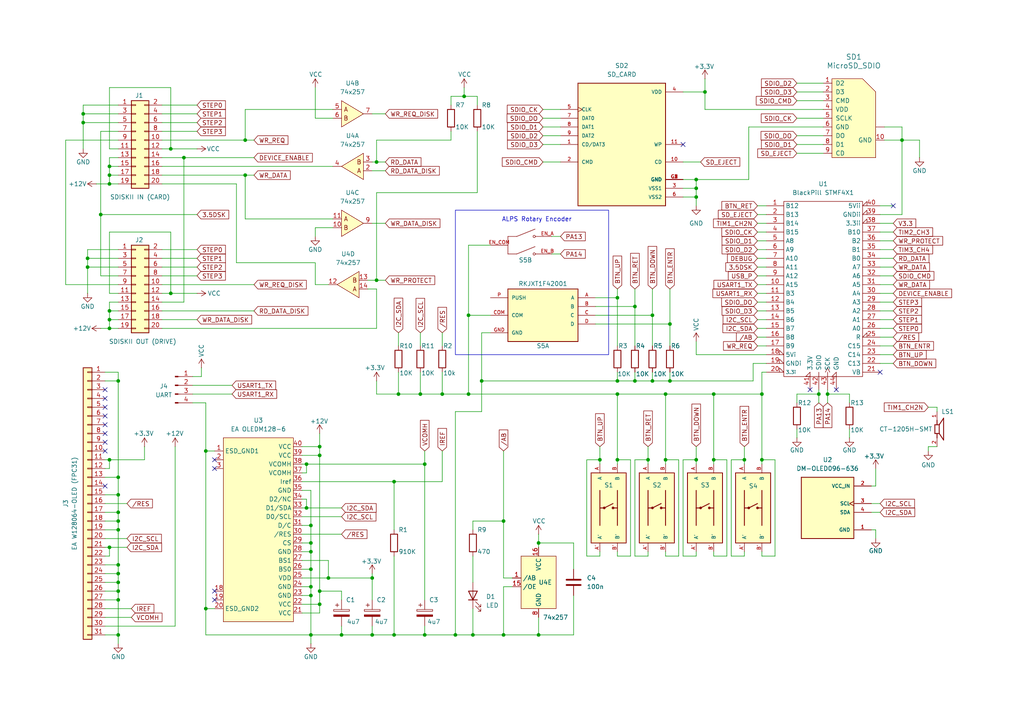
<source format=kicad_sch>
(kicad_sch (version 20231120) (generator "eeschema") (generator_version "8.0")
  (paper "A4")
  (title_block (title "APPLE II DISK EM STM32F401") (rev "20"))
  (junction (at 207.01 114.3))
  (junction (at 71.12 40.64))
  (junction (at 107.95 167.64))
  (junction (at 71.12 50.8))
  (junction (at 90.17 152.4))
  (junction (at 31.75 53.34))
  (junction (at 123.19 184.15))
  (junction (at 134.62 27.94))
  (junction (at 201.93 57.15))
  (junction (at 137.16 184.15))
  (junction (at 146.05 151.13))
  (junction (at 31.75 50.8))
  (junction (at 88.9 147.32))
  (junction (at 29.21 62.23))
  (junction (at 135.89 91.44))
  (junction (at 31.75 92.71))
  (junction (at 34.29 166.37))
  (junction (at 121.92 114.3))
  (junction (at 109.22 46.99))
  (junction (at 92.71 132.08))
  (junction (at 88.9 134.62))
  (junction (at 34.29 171.45))
  (junction (at 34.29 110.49))
  (junction (at 90.17 157.48))
  (junction (at 31.75 90.17))
  (junction (at 49.53 85.09))
  (junction (at 207.01 133.35))
  (junction (at 114.3 139.7))
  (junction (at 34.29 148.59))
  (junction (at 34.29 168.91))
  (junction (at 90.17 165.1))
  (junction (at 34.29 184.15))
  (junction (at 187.96 133.35))
  (junction (at 261.62 40.64))
  (junction (at 156.21 157.48))
  (junction (at 220.98 133.35))
  (junction (at 193.04 114.3))
  (junction (at 194.31 110.49))
  (junction (at 184.15 110.49))
  (junction (at 25.4 77.47))
  (junction (at 90.17 184.15))
  (junction (at 237.49 114.3))
  (junction (at 34.29 163.83))
  (junction (at 24.13 35.56))
  (junction (at 179.07 86.36))
  (junction (at 109.22 81.28))
  (junction (at 220.98 114.3))
  (junction (at 99.06 184.15))
  (junction (at 92.71 171.45))
  (junction (at 189.23 110.49))
  (junction (at 25.4 74.93))
  (junction (at 90.17 160.02))
  (junction (at 34.29 143.51))
  (junction (at 49.53 43.18))
  (junction (at 179.07 110.49))
  (junction (at 184.15 88.9))
  (junction (at 59.69 130.81))
  (junction (at 114.3 184.15))
  (junction (at 95.25 167.64))
  (junction (at 59.69 176.53))
  (junction (at 132.08 184.15))
  (junction (at 34.29 151.13))
  (junction (at 215.9 133.35))
  (junction (at 31.75 133.35))
  (junction (at 31.75 48.26))
  (junction (at 179.07 133.35))
  (junction (at 34.29 138.43))
  (junction (at 115.57 114.3))
  (junction (at 201.93 52.07))
  (junction (at 204.47 26.67))
  (junction (at 173.99 133.35))
  (junction (at 135.89 114.3))
  (junction (at 139.7 110.49))
  (junction (at 31.75 95.25))
  (junction (at 24.13 33.02))
  (junction (at 90.17 172.72))
  (junction (at 240.03 114.3))
  (junction (at 179.07 114.3))
  (junction (at 34.29 173.99))
  (junction (at 92.71 175.26))
  (junction (at 123.19 134.62))
  (junction (at 201.93 133.35))
  (junction (at 53.34 45.72))
  (junction (at 146.05 184.15))
  (junction (at 128.27 114.3))
  (junction (at 201.93 54.61))
  (junction (at 90.17 170.18))
  (junction (at 193.04 133.35))
  (junction (at 107.95 184.15))
  (junction (at 156.21 184.15))
  (junction (at 194.31 93.98))
  (junction (at 92.71 129.54))
  (junction (at 34.29 153.67))
  (junction (at 31.75 158.75))
  (junction (at 189.23 91.44))
  (no_connect (at 62.23 135.89))
  (no_connect (at 198.12 41.91))
  (no_connect (at 30.48 125.73))
  (no_connect (at 259.08 59.69))
  (no_connect (at 62.23 133.35))
  (no_connect (at 30.48 123.19))
  (no_connect (at 30.48 130.81))
  (no_connect (at 30.48 128.27))
  (no_connect (at 30.48 115.57))
  (no_connect (at 62.23 173.99))
  (no_connect (at 30.48 140.97))
  (no_connect (at 255.27 107.95))
  (no_connect (at 62.23 171.45))
  (no_connect (at 30.48 120.65))
  (no_connect (at 242.57 113.03))
  (no_connect (at 234.95 113.03))
  (no_connect (at 30.48 113.03))
  (no_connect (at 30.48 118.11))
  (wire (pts (xy 107.95 166.37) (xy 107.95 167.64)))
  (wire (pts (xy 198.12 161.29) (xy 201.93 161.29)))
  (wire (pts (xy 207.01 114.3) (xy 207.01 133.35)))
  (wire (pts (xy 194.31 93.98) (xy 194.31 100.33)))
  (wire (pts (xy 71.12 50.8) (xy 71.12 63.5)))
  (wire (pts (xy 219.71 69.85) (xy 222.25 69.85)))
  (wire (pts (xy 246.38 116.84) (xy 246.38 114.3)))
  (wire (pts (xy 109.22 95.25) (xy 109.22 83.82)))
  (wire (pts (xy 114.3 184.15) (xy 123.19 184.15)))
  (wire (pts (xy 240.03 113.03) (xy 240.03 114.3)))
  (wire (pts (xy 99.06 171.45) (xy 92.71 171.45)))
  (wire (pts (xy 218.44 105.41) (xy 222.25 105.41)))
  (wire (pts (xy 217.17 52.07) (xy 201.93 52.07)))
  (wire (pts (xy 179.07 161.29) (xy 179.07 160.02)))
  (wire (pts (xy 198.12 46.99) (xy 203.2 46.99)))
  (wire (pts (xy 107.95 184.15) (xy 114.3 184.15)))
  (wire (pts (xy 34.29 168.91) (xy 34.29 171.45)))
  (wire (pts (xy 19.05 40.64) (xy 34.29 40.64)))
  (wire (pts (xy 189.23 83.82) (xy 189.23 91.44)))
  (wire (pts (xy 92.71 132.08) (xy 92.71 171.45)))
  (wire (pts (xy 55.88 114.3) (xy 67.31 114.3)))
  (wire (pts (xy 88.9 134.62) (xy 123.19 134.62)))
  (wire (pts (xy 130.81 27.94) (xy 130.81 30.48)))
  (wire (pts (xy 156.21 179.07) (xy 156.21 184.15)))
  (wire (pts (xy 269.24 118.11) (xy 271.78 118.11)))
  (wire (pts (xy 201.93 54.61) (xy 201.93 57.15)))
  (wire (pts (xy 34.29 184.15) (xy 30.48 184.15)))
  (wire (pts (xy 261.62 40.64) (xy 266.7 40.64)))
  (wire (pts (xy 25.4 77.47) (xy 34.29 77.47)))
  (wire (pts (xy 212.09 161.29) (xy 215.9 161.29)))
  (wire (pts (xy 49.53 25.4) (xy 49.53 43.18)))
  (wire (pts (xy 219.71 72.39) (xy 222.25 72.39)))
  (wire (pts (xy 210.82 161.29) (xy 207.01 161.29)))
  (wire (pts (xy 179.07 133.35) (xy 179.07 134.62)))
  (wire (pts (xy 219.71 85.09) (xy 222.25 85.09)))
  (wire (pts (xy 50.8 129.54) (xy 50.8 181.61)))
  (wire (pts (xy 198.12 54.61) (xy 201.93 54.61)))
  (wire (pts (xy 224.79 161.29) (xy 220.98 161.29)))
  (wire (pts (xy 46.99 90.17) (xy 73.66 90.17)))
  (wire (pts (xy 87.63 139.7) (xy 114.3 139.7)))
  (wire (pts (xy 31.75 161.29) (xy 31.75 158.75)))
  (wire (pts (xy 31.75 53.34) (xy 34.29 53.34)))
  (wire (pts (xy 220.98 161.29) (xy 220.98 160.02)))
  (wire (pts (xy 109.22 40.64) (xy 130.81 40.64)))
  (wire (pts (xy 204.47 31.75) (xy 238.76 31.75)))
  (wire (pts (xy 87.63 137.16) (xy 88.9 137.16)))
  (wire (pts (xy 220.98 107.95) (xy 222.25 107.95)))
  (wire (pts (xy 34.29 138.43) (xy 34.29 143.51)))
  (wire (pts (xy 49.53 85.09) (xy 57.15 85.09)))
  (wire (pts (xy 212.09 133.35) (xy 212.09 161.29)))
  (wire (pts (xy 196.85 133.35) (xy 196.85 161.29)))
  (wire (pts (xy 138.43 30.48) (xy 138.43 27.94)))
  (wire (pts (xy 46.99 43.18) (xy 49.53 43.18)))
  (wire (pts (xy 31.75 67.31) (xy 49.53 67.31)))
  (wire (pts (xy 87.63 154.94) (xy 99.06 154.94)))
  (wire (pts (xy 261.62 36.83) (xy 261.62 40.64)))
  (wire (pts (xy 187.96 160.02) (xy 187.96 161.29)))
  (wire (pts (xy 255.27 77.47) (xy 259.08 77.47)))
  (wire (pts (xy 255.27 64.77) (xy 259.08 64.77)))
  (wire (pts (xy 30.48 146.05) (xy 36.83 146.05)))
  (wire (pts (xy 29.21 62.23) (xy 29.21 80.01)))
  (wire (pts (xy 231.14 41.91) (xy 238.76 41.91)))
  (wire (pts (xy 207.01 133.35) (xy 210.82 133.35)))
  (wire (pts (xy 114.3 161.29) (xy 114.3 184.15)))
  (wire (pts (xy 166.37 184.15) (xy 156.21 184.15)))
  (wire (pts (xy 31.75 45.72) (xy 31.75 48.26)))
  (wire (pts (xy 217.17 36.83) (xy 238.76 36.83)))
  (wire (pts (xy 201.93 57.15) (xy 201.93 59.69)))
  (wire (pts (xy 34.29 87.63) (xy 31.75 87.63)))
  (wire (pts (xy 87.63 172.72) (xy 90.17 172.72)))
  (wire (pts (xy 71.12 50.8) (xy 73.66 50.8)))
  (wire (pts (xy 24.13 33.02) (xy 34.29 33.02)))
  (wire (pts (xy 139.7 96.52) (xy 142.24 96.52)))
  (wire (pts (xy 194.31 107.95) (xy 194.31 110.49)))
  (wire (pts (xy 19.05 40.64) (xy 19.05 82.55)))
  (wire (pts (xy 146.05 130.81) (xy 146.05 151.13)))
  (wire (pts (xy 30.48 138.43) (xy 34.29 138.43)))
  (wire (pts (xy 115.57 114.3) (xy 109.22 114.3)))
  (wire (pts (xy 24.13 35.56) (xy 24.13 33.02)))
  (wire (pts (xy 30.48 158.75) (xy 31.75 158.75)))
  (wire (pts (xy 137.16 151.13) (xy 146.05 151.13)))
  (wire (pts (xy 99.06 181.61) (xy 99.06 184.15)))
  (wire (pts (xy 19.05 82.55) (xy 34.29 82.55)))
  (wire (pts (xy 172.72 88.9) (xy 184.15 88.9)))
  (wire (pts (xy 90.17 152.4) (xy 90.17 157.48)))
  (wire (pts (xy 189.23 107.95) (xy 189.23 110.49)))
  (wire (pts (xy 132.08 184.15) (xy 137.16 184.15)))
  (wire (pts (xy 87.63 157.48) (xy 90.17 157.48)))
  (wire (pts (xy 184.15 88.9) (xy 184.15 100.33)))
  (wire (pts (xy 135.89 114.3) (xy 179.07 114.3)))
  (wire (pts (xy 53.34 45.72) (xy 73.66 45.72)))
  (wire (pts (xy 87.63 149.86) (xy 99.06 149.86)))
  (wire (pts (xy 157.48 34.29) (xy 162.56 34.29)))
  (wire (pts (xy 71.12 31.75) (xy 96.52 31.75)))
  (wire (pts (xy 29.21 62.23) (xy 57.15 62.23)))
  (wire (pts (xy 184.15 83.82) (xy 184.15 88.9)))
  (wire (pts (xy 55.88 111.76) (xy 67.31 111.76)))
  (wire (pts (xy 25.4 72.39) (xy 25.4 74.93)))
  (wire (pts (xy 255.27 82.55) (xy 259.08 82.55)))
  (wire (pts (xy 41.91 129.54) (xy 41.91 133.35)))
  (wire (pts (xy 109.22 81.28) (xy 111.76 81.28)))
  (wire (pts (xy 207.01 133.35) (xy 207.01 134.62)))
  (wire (pts (xy 91.44 25.4) (xy 91.44 34.29)))
  (wire (pts (xy 194.31 110.49) (xy 218.44 110.49)))
  (wire (pts (xy 92.71 177.8) (xy 87.63 177.8)))
  (wire (pts (xy 107.95 46.99) (xy 109.22 46.99)))
  (wire (pts (xy 189.23 91.44) (xy 189.23 100.33)))
  (wire (pts (xy 92.71 175.26) (xy 92.71 177.8)))
  (wire (pts (xy 30.48 171.45) (xy 34.29 171.45)))
  (wire (pts (xy 46.99 92.71) (xy 57.15 92.71)))
  (wire (pts (xy 128.27 139.7) (xy 114.3 139.7)))
  (wire (pts (xy 30.48 163.83) (xy 34.29 163.83)))
  (wire (pts (xy 135.89 91.44) (xy 142.24 91.44)))
  (wire (pts (xy 179.07 86.36) (xy 179.07 100.33)))
  (wire (pts (xy 193.04 133.35) (xy 193.04 134.62)))
  (wire (pts (xy 25.4 74.93) (xy 34.29 74.93)))
  (wire (pts (xy 134.62 25.4) (xy 134.62 27.94)))
  (wire (pts (xy 219.71 95.25) (xy 222.25 95.25)))
  (wire (pts (xy 71.12 40.64) (xy 71.12 31.75)))
  (wire (pts (xy 34.29 107.95) (xy 34.29 110.49)))
  (wire (pts (xy 187.96 133.35) (xy 184.15 133.35)))
  (wire (pts (xy 128.27 107.95) (xy 128.27 114.3)))
  (wire (pts (xy 210.82 133.35) (xy 210.82 161.29)))
  (wire (pts (xy 34.29 151.13) (xy 34.29 153.67)))
  (wire (pts (xy 172.72 93.98) (xy 194.31 93.98)))
  (wire (pts (xy 215.9 129.54) (xy 215.9 133.35)))
  (wire (pts (xy 114.3 139.7) (xy 114.3 153.67)))
  (wire (pts (xy 255.27 102.87) (xy 259.08 102.87)))
  (wire (pts (xy 139.7 96.52) (xy 139.7 110.49)))
  (wire (pts (xy 123.19 184.15) (xy 132.08 184.15)))
  (wire (pts (xy 46.99 33.02) (xy 57.15 33.02)))
  (wire (pts (xy 219.71 59.69) (xy 222.25 59.69)))
  (wire (pts (xy 193.04 161.29) (xy 193.04 160.02)))
  (wire (pts (xy 269.24 130.81) (xy 269.24 129.54)))
  (wire (pts (xy 231.14 29.21) (xy 238.76 29.21)))
  (wire (pts (xy 87.63 144.78) (xy 88.9 144.78)))
  (wire (pts (xy 107.95 49.53) (xy 111.76 49.53)))
  (wire (pts (xy 71.12 63.5) (xy 96.52 63.5)))
  (wire (pts (xy 25.4 77.47) (xy 25.4 85.09)))
  (wire (pts (xy 173.99 133.35) (xy 170.18 133.35)))
  (wire (pts (xy 146.05 170.18) (xy 146.05 184.15)))
  (wire (pts (xy 46.99 85.09) (xy 49.53 85.09)))
  (wire (pts (xy 31.75 43.18) (xy 31.75 25.4)))
  (wire (pts (xy 255.27 67.31) (xy 259.08 67.31)))
  (wire (pts (xy 31.75 48.26) (xy 31.75 50.8)))
  (wire (pts (xy 30.48 148.59) (xy 34.29 148.59)))
  (wire (pts (xy 88.9 137.16) (xy 88.9 134.62)))
  (wire (pts (xy 34.29 166.37) (xy 34.29 168.91)))
  (wire (pts (xy 269.24 129.54) (xy 271.78 129.54)))
  (wire (pts (xy 115.57 107.95) (xy 115.57 114.3)))
  (wire (pts (xy 201.93 161.29) (xy 201.93 160.02)))
  (wire (pts (xy 231.14 116.84) (xy 231.14 114.3)))
  (wire (pts (xy 46.99 80.01) (xy 57.15 80.01)))
  (wire (pts (xy 34.29 30.48) (xy 24.13 30.48)))
  (wire (pts (xy 231.14 114.3) (xy 237.49 114.3)))
  (wire (pts (xy 123.19 130.81) (xy 123.19 134.62)))
  (wire (pts (xy 34.29 80.01) (xy 29.21 80.01)))
  (wire (pts (xy 99.06 173.99) (xy 99.06 171.45)))
  (wire (pts (xy 198.12 52.07) (xy 201.93 52.07)))
  (wire (pts (xy 30.48 143.51) (xy 34.29 143.51)))
  (wire (pts (xy 201.93 133.35) (xy 198.12 133.35)))
  (wire (pts (xy 255.27 85.09) (xy 259.08 85.09)))
  (wire (pts (xy 46.99 38.1) (xy 57.15 38.1)))
  (wire (pts (xy 255.27 69.85) (xy 259.08 69.85)))
  (wire (pts (xy 237.49 114.3) (xy 237.49 116.84)))
  (wire (pts (xy 179.07 110.49) (xy 179.07 107.95)))
  (wire (pts (xy 254 140.97) (xy 254 135.89)))
  (wire (pts (xy 109.22 55.88) (xy 138.43 55.88)))
  (wire (pts (xy 87.63 132.08) (xy 92.71 132.08)))
  (wire (pts (xy 218.44 110.49) (xy 218.44 105.41)))
  (wire (pts (xy 204.47 22.86) (xy 204.47 26.67)))
  (wire (pts (xy 34.29 171.45) (xy 34.29 173.99)))
  (wire (pts (xy 219.71 74.93) (xy 222.25 74.93)))
  (wire (pts (xy 256.54 40.64) (xy 261.62 40.64)))
  (wire (pts (xy 31.75 95.25) (xy 34.29 95.25)))
  (wire (pts (xy 107.95 64.77) (xy 111.76 64.77)))
  (wire (pts (xy 207.01 161.29) (xy 207.01 160.02)))
  (wire (pts (xy 87.63 142.24) (xy 90.17 142.24)))
  (wire (pts (xy 91.44 34.29) (xy 96.52 34.29)))
  (wire (pts (xy 59.69 130.81) (xy 59.69 176.53)))
  (wire (pts (xy 46.99 77.47) (xy 57.15 77.47)))
  (wire (pts (xy 92.71 129.54) (xy 92.71 125.73)))
  (wire (pts (xy 254 156.21) (xy 254 153.67)))
  (wire (pts (xy 107.95 167.64) (xy 107.95 173.99)))
  (wire (pts (xy 31.75 133.35) (xy 41.91 133.35)))
  (wire (pts (xy 115.57 114.3) (xy 121.92 114.3)))
  (wire (pts (xy 193.04 114.3) (xy 207.01 114.3)))
  (wire (pts (xy 87.63 147.32) (xy 88.9 147.32)))
  (wire (pts (xy 91.44 82.55) (xy 91.44 76.2)))
  (wire (pts (xy 237.49 113.03) (xy 237.49 114.3)))
  (wire (pts (xy 246.38 114.3) (xy 240.03 114.3)))
  (wire (pts (xy 219.71 77.47) (xy 222.25 77.47)))
  (wire (pts (xy 90.17 160.02) (xy 90.17 165.1)))
  (wire (pts (xy 219.71 100.33) (xy 222.25 100.33)))
  (wire (pts (xy 58.42 109.22) (xy 55.88 109.22)))
  (wire (pts (xy 30.48 135.89) (xy 31.75 135.89)))
  (wire (pts (xy 59.69 130.81) (xy 62.23 130.81)))
  (wire (pts (xy 90.17 186.69) (xy 90.17 184.15)))
  (wire (pts (xy 31.75 50.8) (xy 31.75 53.34)))
  (wire (pts (xy 121.92 107.95) (xy 121.92 114.3)))
  (wire (pts (xy 182.88 133.35) (xy 182.88 161.29)))
  (wire (pts (xy 90.17 157.48) (xy 90.17 160.02)))
  (wire (pts (xy 31.75 43.18) (xy 34.29 43.18)))
  (wire (pts (xy 30.48 110.49) (xy 34.29 110.49)))
  (wire (pts (xy 59.69 184.15) (xy 90.17 184.15)))
  (wire (pts (xy 46.99 74.93) (xy 57.15 74.93)))
  (wire (pts (xy 166.37 172.72) (xy 166.37 184.15)))
  (wire (pts (xy 220.98 133.35) (xy 220.98 134.62)))
  (wire (pts (xy 255.27 90.17) (xy 259.08 90.17)))
  (wire (pts (xy 29.21 38.1) (xy 34.29 38.1)))
  (wire (pts (xy 24.13 35.56) (xy 24.13 43.18)))
  (wire (pts (xy 173.99 133.35) (xy 173.99 134.62)))
  (wire (pts (xy 49.53 43.18) (xy 57.15 43.18)))
  (wire (pts (xy 137.16 184.15) (xy 146.05 184.15)))
  (wire (pts (xy 266.7 40.64) (xy 266.7 45.72)))
  (wire (pts (xy 146.05 167.64) (xy 148.59 167.64)))
  (wire (pts (xy 179.07 133.35) (xy 182.88 133.35)))
  (wire (pts (xy 34.29 173.99) (xy 34.29 184.15)))
  (wire (pts (xy 193.04 133.35) (xy 196.85 133.35)))
  (wire (pts (xy 115.57 96.52) (xy 115.57 100.33)))
  (wire (pts (xy 87.63 162.56) (xy 95.25 162.56)))
  (wire (pts (xy 34.29 45.72) (xy 31.75 45.72)))
  (wire (pts (xy 255.27 100.33) (xy 259.08 100.33)))
  (wire (pts (xy 59.69 116.84) (xy 59.69 130.81)))
  (wire (pts (xy 46.99 72.39) (xy 57.15 72.39)))
  (wire (pts (xy 31.75 25.4) (xy 49.53 25.4)))
  (wire (pts (xy 184.15 107.95) (xy 184.15 110.49)))
  (wire (pts (xy 128.27 130.81) (xy 128.27 139.7)))
  (wire (pts (xy 71.12 50.8) (xy 46.99 50.8)))
  (wire (pts (xy 59.69 176.53) (xy 62.23 176.53)))
  (wire (pts (xy 29.21 38.1) (xy 29.21 62.23)))
  (wire (pts (xy 207.01 114.3) (xy 220.98 114.3)))
  (wire (pts (xy 24.13 35.56) (xy 34.29 35.56)))
  (wire (pts (xy 88.9 147.32) (xy 99.06 147.32)))
  (wire (pts (xy 201.93 52.07) (xy 201.93 54.61)))
  (wire (pts (xy 219.71 90.17) (xy 222.25 90.17)))
  (wire (pts (xy 135.89 91.44) (xy 135.89 114.3)))
  (wire (pts (xy 215.9 161.29) (xy 215.9 160.02)))
  (wire (pts (xy 219.71 97.79) (xy 222.25 97.79)))
  (wire (pts (xy 187.96 133.35) (xy 187.96 134.62)))
  (wire (pts (xy 179.07 110.49) (xy 184.15 110.49)))
  (wire (pts (xy 49.53 67.31) (xy 49.53 85.09)))
  (wire (pts (xy 134.62 27.94) (xy 130.81 27.94)))
  (wire (pts (xy 255.27 105.41) (xy 259.08 105.41)))
  (wire (pts (xy 34.29 110.49) (xy 34.29 138.43)))
  (wire (pts (xy 132.08 119.38) (xy 132.08 184.15)))
  (wire (pts (xy 204.47 26.67) (xy 198.12 26.67)))
  (wire (pts (xy 157.48 36.83) (xy 162.56 36.83)))
  (wire (pts (xy 252.73 146.05) (xy 255.27 146.05)))
  (wire (pts (xy 46.99 40.64) (xy 71.12 40.64)))
  (wire (pts (xy 106.68 81.28) (xy 109.22 81.28)))
  (wire (pts (xy 194.31 110.49) (xy 189.23 110.49)))
  (wire (pts (xy 170.18 161.29) (xy 173.99 161.29)))
  (wire (pts (xy 109.22 81.28) (xy 109.22 55.88)))
  (wire (pts (xy 31.75 50.8) (xy 34.29 50.8)))
  (wire (pts (xy 31.75 48.26) (xy 34.29 48.26)))
  (wire (pts (xy 30.48 179.07) (xy 38.1 179.07)))
  (wire (pts (xy 184.15 161.29) (xy 187.96 161.29)))
  (wire (pts (xy 30.48 176.53) (xy 38.1 176.53)))
  (wire (pts (xy 179.07 114.3) (xy 193.04 114.3)))
  (wire (pts (xy 88.9 144.78) (xy 88.9 147.32)))
  (wire (pts (xy 215.9 133.35) (xy 215.9 134.62)))
  (wire (pts (xy 220.98 107.95) (xy 220.98 114.3)))
  (wire (pts (xy 31.75 87.63) (xy 31.75 90.17)))
  (wire (pts (xy 139.7 110.49) (xy 179.07 110.49)))
  (wire (pts (xy 30.48 151.13) (xy 34.29 151.13)))
  (wire (pts (xy 31.75 90.17) (xy 31.75 92.71)))
  (wire (pts (xy 34.29 163.83) (xy 34.29 166.37)))
  (wire (pts (xy 130.81 40.64) (xy 130.81 38.1)))
  (wire (pts (xy 46.99 95.25) (xy 109.22 95.25)))
  (wire (pts (xy 46.99 30.48) (xy 57.15 30.48)))
  (wire (pts (xy 25.4 72.39) (xy 34.29 72.39)))
  (wire (pts (xy 157.48 46.99) (xy 162.56 46.99)))
  (wire (pts (xy 156.21 157.48) (xy 156.21 158.75)))
  (wire (pts (xy 166.37 157.48) (xy 166.37 165.1)))
  (wire (pts (xy 157.48 31.75) (xy 162.56 31.75)))
  (wire (pts (xy 138.43 27.94) (xy 134.62 27.94)))
  (wire (pts (xy 204.47 26.67) (xy 204.47 31.75)))
  (wire (pts (xy 55.88 116.84) (xy 59.69 116.84)))
  (wire (pts (xy 194.31 83.82) (xy 194.31 93.98)))
  (wire (pts (xy 30.48 133.35) (xy 31.75 133.35)))
  (wire (pts (xy 121.92 96.52) (xy 121.92 100.33)))
  (wire (pts (xy 220.98 133.35) (xy 224.79 133.35)))
  (wire (pts (xy 53.34 87.63) (xy 46.99 87.63)))
  (wire (pts (xy 172.72 86.36) (xy 179.07 86.36)))
  (wire (pts (xy 201.93 133.35) (xy 201.93 134.62)))
  (wire (pts (xy 219.71 62.23) (xy 222.25 62.23)))
  (wire (pts (xy 46.99 35.56) (xy 57.15 35.56)))
  (wire (pts (xy 71.12 40.64) (xy 73.66 40.64)))
  (wire (pts (xy 90.17 184.15) (xy 99.06 184.15)))
  (wire (pts (xy 46.99 53.34) (xy 68.58 53.34)))
  (wire (pts (xy 231.14 39.37) (xy 238.76 39.37)))
  (wire (pts (xy 198.12 57.15) (xy 201.93 57.15)))
  (wire (pts (xy 109.22 114.3) (xy 109.22 110.49)))
  (wire (pts (xy 34.29 143.51) (xy 34.29 148.59)))
  (wire (pts (xy 87.63 165.1) (xy 90.17 165.1)))
  (wire (pts (xy 189.23 110.49) (xy 184.15 110.49)))
  (wire (pts (xy 271.78 118.11) (xy 271.78 119.38)))
  (wire (pts (xy 179.07 114.3) (xy 179.07 133.35)))
  (wire (pts (xy 137.16 151.13) (xy 137.16 153.67)))
  (wire (pts (xy 90.17 172.72) (xy 90.17 170.18)))
  (wire (pts (xy 255.27 59.69) (xy 259.08 59.69)))
  (wire (pts (xy 53.34 45.72) (xy 53.34 87.63)))
  (wire (pts (xy 254 153.67) (xy 252.73 153.67)))
  (wire (pts (xy 31.75 92.71) (xy 31.75 95.25)))
  (wire (pts (xy 255.27 72.39) (xy 259.08 72.39)))
  (wire (pts (xy 90.17 142.24) (xy 90.17 152.4)))
  (wire (pts (xy 255.27 97.79) (xy 259.08 97.79)))
  (wire (pts (xy 109.22 83.82) (xy 106.68 83.82)))
  (wire (pts (xy 92.71 132.08) (xy 92.71 129.54)))
  (wire (pts (xy 30.48 107.95) (xy 34.29 107.95)))
  (wire (pts (xy 92.71 175.26) (xy 87.63 175.26)))
  (wire (pts (xy 31.75 95.25) (xy 29.21 95.25)))
  (wire (pts (xy 132.08 119.38) (xy 139.7 119.38)))
  (wire (pts (xy 255.27 95.25) (xy 259.08 95.25)))
  (wire (pts (xy 240.03 114.3) (xy 240.03 116.84)))
  (wire (pts (xy 157.48 41.91) (xy 162.56 41.91)))
  (wire (pts (xy 231.14 44.45) (xy 238.76 44.45)))
  (wire (pts (xy 27.94 53.34) (xy 31.75 53.34)))
  (wire (pts (xy 107.95 33.02) (xy 111.76 33.02)))
  (wire (pts (xy 148.59 170.18) (xy 146.05 170.18)))
  (wire (pts (xy 123.19 181.61) (xy 123.19 184.15)))
  (wire (pts (xy 254 140.97) (xy 252.73 140.97)))
  (wire (pts (xy 139.7 110.49) (xy 139.7 119.38)))
  (wire (pts (xy 160.02 73.66) (xy 162.56 73.66)))
  (wire (pts (xy 121.92 114.3) (xy 128.27 114.3)))
  (wire (pts (xy 46.99 82.55) (xy 73.66 82.55)))
  (wire (pts (xy 255.27 62.23) (xy 261.62 62.23)))
  (wire (pts (xy 137.16 161.29) (xy 137.16 168.91)))
  (wire (pts (xy 46.99 48.26) (xy 96.52 48.26)))
  (wire (pts (xy 95.25 162.56) (xy 95.25 167.64)))
  (wire (pts (xy 87.63 129.54) (xy 92.71 129.54)))
  (wire (pts (xy 252.73 148.59) (xy 255.27 148.59)))
  (wire (pts (xy 261.62 62.23) (xy 261.62 40.64)))
  (wire (pts (xy 30.48 173.99) (xy 34.29 173.99)))
  (wire (pts (xy 156.21 154.94) (xy 156.21 157.48)))
  (wire (pts (xy 219.71 92.71) (xy 222.25 92.71)))
  (wire (pts (xy 146.05 151.13) (xy 146.05 167.64)))
  (wire (pts (xy 170.18 133.35) (xy 170.18 161.29)))
  (wire (pts (xy 91.44 66.04) (xy 96.52 66.04)))
  (wire (pts (xy 68.58 76.2) (xy 68.58 53.34)))
  (wire (pts (xy 231.14 24.13) (xy 238.76 24.13)))
  (wire (pts (xy 201.93 129.54) (xy 201.93 133.35)))
  (wire (pts (xy 255.27 80.01) (xy 259.08 80.01)))
  (wire (pts (xy 215.9 133.35) (xy 212.09 133.35)))
  (wire (pts (xy 58.42 106.68) (xy 58.42 109.22)))
  (wire (pts (xy 220.98 114.3) (xy 220.98 133.35)))
  (wire (pts (xy 31.75 85.09) (xy 34.29 85.09)))
  (wire (pts (xy 107.95 181.61) (xy 107.95 184.15)))
  (wire (pts (xy 166.37 157.48) (xy 156.21 157.48)))
  (wire (pts (xy 31.75 158.75) (xy 36.83 158.75)))
  (wire (pts (xy 30.48 156.21) (xy 36.83 156.21)))
  (wire (pts (xy 256.54 36.83) (xy 261.62 36.83)))
  (wire (pts (xy 231.14 26.67) (xy 238.76 26.67)))
  (wire (pts (xy 231.14 124.46) (xy 231.14 127)))
  (wire (pts (xy 87.63 160.02) (xy 90.17 160.02)))
  (wire (pts (xy 219.71 80.01) (xy 222.25 80.01)))
  (wire (pts (xy 255.27 74.93) (xy 259.08 74.93)))
  (wire (pts (xy 219.71 82.55) (xy 222.25 82.55)))
  (wire (pts (xy 246.38 124.46) (xy 246.38 127)))
  (wire (pts (xy 109.22 46.99) (xy 111.76 46.99)))
  (wire (pts (xy 123.19 134.62) (xy 123.19 173.99)))
  (wire (pts (xy 157.48 39.37) (xy 162.56 39.37)))
  (wire (pts (xy 219.71 64.77) (xy 222.25 64.77)))
  (wire (pts (xy 92.71 171.45) (xy 92.71 175.26)))
  (wire (pts (xy 182.88 161.29) (xy 179.07 161.29)))
  (wire (pts (xy 193.04 114.3) (xy 193.04 133.35)))
  (wire (pts (xy 34.29 148.59) (xy 34.29 151.13)))
  (wire (pts (xy 128.27 96.52) (xy 128.27 100.33)))
  (wire (pts (xy 187.96 129.54) (xy 187.96 133.35)))
  (wire (pts (xy 219.71 87.63) (xy 222.25 87.63)))
  (wire (pts (xy 25.4 74.93) (xy 25.4 77.47)))
  (wire (pts (xy 217.17 36.83) (xy 217.17 52.07)))
  (wire (pts (xy 30.48 166.37) (xy 34.29 166.37)))
  (wire (pts (xy 196.85 161.29) (xy 193.04 161.29)))
  (wire (pts (xy 109.22 46.99) (xy 109.22 40.64)))
  (wire (pts (xy 184.15 133.35) (xy 184.15 161.29)))
  (wire (pts (xy 30.48 153.67) (xy 34.29 153.67)))
  (wire (pts (xy 31.75 92.71) (xy 34.29 92.71)))
  (wire (pts (xy 24.13 30.48) (xy 24.13 33.02)))
  (wire (pts (xy 91.44 66.04) (xy 91.44 68.58)))
  (wire (pts (xy 31.75 90.17) (xy 34.29 90.17)))
  (wire (pts (xy 179.07 83.82) (xy 179.07 86.36)))
  (wire (pts (xy 90.17 165.1) (xy 90.17 170.18)))
  (wire (pts (xy 50.8 181.61) (xy 30.48 181.61)))
  (wire (pts (xy 46.99 45.72) (xy 53.34 45.72)))
  (wire (pts (xy 255.27 92.71) (xy 259.08 92.71)))
  (wire (pts (xy 87.63 134.62) (xy 88.9 134.62)))
  (wire (pts (xy 146.05 184.15) (xy 156.21 184.15)))
  (wire (pts (xy 34.29 153.67) (xy 34.29 163.83)))
  (wire (pts (xy 201.93 102.87) (xy 201.93 99.06)))
  (wire (pts (xy 142.24 71.12) (xy 135.89 71.12)))
  (wire (pts (xy 219.71 67.31) (xy 222.25 67.31)))
  (wire (pts (xy 30.48 168.91) (xy 34.29 168.91)))
  (wire (pts (xy 87.63 152.4) (xy 90.17 152.4)))
  (wire (pts (xy 135.89 71.12) (xy 135.89 91.44)))
  (wire (pts (xy 99.06 184.15) (xy 107.95 184.15)))
  (wire (pts (xy 173.99 161.29) (xy 173.99 160.02)))
  (wire (pts (xy 128.27 114.3) (xy 135.89 114.3)))
  (wire (pts (xy 160.02 68.58) (xy 162.56 68.58)))
  (wire (pts (xy 138.43 55.88) (xy 138.43 38.1)))
  (wire (pts (xy 172.72 91.44) (xy 189.23 91.44)))
  (wire (pts (xy 198.12 133.35) (xy 198.12 161.29)))
  (wire (pts (xy 90.17 170.18) (xy 87.63 170.18)))
  (wire (pts (xy 95.25 82.55) (xy 91.44 82.55)))
  (wire (pts (xy 34.29 184.15) (xy 34.29 186.69)))
  (wire (pts (xy 231.14 34.29) (xy 238.76 34.29)))
  (wire (pts (xy 91.44 76.2) (xy 68.58 76.2)))
  (wire (pts (xy 30.48 161.29) (xy 31.75 161.29)))
  (wire (pts (xy 31.75 135.89) (xy 31.75 133.35)))
  (wire (pts (xy 173.99 129.54) (xy 173.99 133.35)))
  (wire (pts (xy 95.25 167.64) (xy 107.95 167.64)))
  (wire (pts (xy 31.75 85.09) (xy 31.75 67.31)))
  (wire (pts (xy 255.27 87.63) (xy 259.08 87.63)))
  (wire (pts (xy 224.79 133.35) (xy 224.79 161.29)))
  (wire (pts (xy 137.16 176.53) (xy 137.16 184.15)))
  (wire (pts (xy 201.93 102.87) (xy 222.25 102.87)))
  (wire (pts (xy 87.63 167.64) (xy 95.25 167.64)))
  (wire (pts (xy 90.17 172.72) (xy 90.17 184.15)))
  (wire (pts (xy 59.69 176.53) (xy 59.69 184.15)))
  (rectangle (start 132.08 60.96) (end 176.53 102.87))
  (text "ALPS Rotary Encoder" (at 155.702 63.754 0) (effects (font (size 1.27 1.27))))
  (global_label "USART1_RX" (shape input) (at 219.71 85.09 180) (property "Intersheetrefs" "${INTERSHEET_REFS}" (effects (hide yes))))
  (global_label "STEP3" (shape input) (at 57.15 38.1 0) (property "Intersheetrefs" "${INTERSHEET_REFS}" (effects (hide yes))))
  (global_label "USART1_TX" (shape input) (at 67.31 111.76 0) (property "Intersheetrefs" "${INTERSHEET_REFS}" (effects (hide yes))))
  (global_label "3.5DSK" (shape input) (at 57.15 62.23 0) (property "Intersheetrefs" "${INTERSHEET_REFS}" (effects (hide yes))))
  (global_label "SDIO_D3" (shape input) (at 157.48 41.91 180) (property "Intersheetrefs" "${INTERSHEET_REFS}" (effects (hide yes))))
  (global_label "WR_REQ_DISK" (shape input) (at 111.76 33.02 0) (property "Intersheetrefs" "${INTERSHEET_REFS}" (effects (hide yes))))
  (global_label "STEP0" (shape input) (at 57.15 30.48 0) (property "Intersheetrefs" "${INTERSHEET_REFS}" (effects (hide yes))))
  (global_label "BTN_DOWN" (shape input) (at 189.23 83.82 90) (property "Intersheetrefs" "${INTERSHEET_REFS}" (effects (hide yes))))
  (global_label "SDIO_CK" (shape input) (at 157.48 31.75 180) (property "Intersheetrefs" "${INTERSHEET_REFS}" (effects (hide yes))))
  (global_label "SDIO_D3" (shape input) (at 219.71 90.17 180) (property "Intersheetrefs" "${INTERSHEET_REFS}" (effects (hide yes))))
  (global_label "SDIO_CK" (shape input) (at 231.14 34.29 180) (property "Intersheetrefs" "${INTERSHEET_REFS}" (effects (hide yes))))
  (global_label "{slash}RES" (shape input) (at 128.27 96.52 90) (property "Intersheetrefs" "${INTERSHEET_REFS}" (effects (hide yes))))
  (global_label "V3.3" (shape input) (at 259.08 64.77 0) (property "Intersheetrefs" "${INTERSHEET_REFS}" (effects (hide yes))))
  (global_label "SDIO_D2" (shape input) (at 231.14 24.13 180) (property "Intersheetrefs" "${INTERSHEET_REFS}" (effects (hide yes))))
  (global_label "WR_DATA" (shape input) (at 259.08 77.47 0) (property "Intersheetrefs" "${INTERSHEET_REFS}" (effects (hide yes))))
  (global_label "SDIO_CK" (shape input) (at 219.71 67.31 180) (property "Intersheetrefs" "${INTERSHEET_REFS}" (effects (hide yes))))
  (global_label "STEP0" (shape input) (at 57.15 72.39 0) (property "Intersheetrefs" "${INTERSHEET_REFS}" (effects (hide yes))))
  (global_label "I2C_SCL" (shape input) (at 219.71 92.71 180) (property "Intersheetrefs" "${INTERSHEET_REFS}" (effects (hide yes))))
  (global_label "VCOMH" (shape input) (at 123.19 130.81 90) (property "Intersheetrefs" "${INTERSHEET_REFS}" (effects (hide yes))))
  (global_label "STEP2" (shape input) (at 57.15 35.56 0) (property "Intersheetrefs" "${INTERSHEET_REFS}" (effects (hide yes))))
  (global_label "{slash}RES" (shape input) (at 36.83 146.05 0) (property "Intersheetrefs" "${INTERSHEET_REFS}" (effects (hide yes))))
  (global_label "WR_PROTECT" (shape input) (at 111.76 81.28 0) (property "Intersheetrefs" "${INTERSHEET_REFS}" (effects (hide yes))))
  (global_label "STEP1" (shape input) (at 259.08 92.71 0) (property "Intersheetrefs" "${INTERSHEET_REFS}" (effects (hide yes))))
  (global_label "SDIO_DO" (shape input) (at 219.71 87.63 180) (property "Intersheetrefs" "${INTERSHEET_REFS}" (effects (hide yes))))
  (global_label "IREF" (shape input) (at 128.27 130.81 90) (property "Intersheetrefs" "${INTERSHEET_REFS}" (effects (hide yes))))
  (global_label "SDIO_D2" (shape input) (at 157.48 39.37 180) (property "Intersheetrefs" "${INTERSHEET_REFS}" (effects (hide yes))))
  (global_label "{slash}RES" (shape input) (at 99.06 154.94 0) (property "Intersheetrefs" "${INTERSHEET_REFS}" (effects (hide yes))))
  (global_label "BTN_RET" (shape input) (at 184.15 83.82 90) (property "Intersheetrefs" "${INTERSHEET_REFS}" (effects (hide yes))))
  (global_label "IREF" (shape input) (at 38.1 176.53 0) (property "Intersheetrefs" "${INTERSHEET_REFS}" (effects (hide yes))))
  (global_label "SDIO_D2" (shape input) (at 219.71 72.39 180) (property "Intersheetrefs" "${INTERSHEET_REFS}" (effects (hide yes))))
  (global_label "I2C_SCL" (shape input) (at 36.83 156.21 0) (property "Intersheetrefs" "${INTERSHEET_REFS}" (effects (hide yes))))
  (global_label "DEVICE_ENABLE" (shape input) (at 259.08 85.09 0) (property "Intersheetrefs" "${INTERSHEET_REFS}" (effects (hide yes))))
  (global_label "PA14" (shape input) (at 162.56 73.66 0) (property "Intersheetrefs" "${INTERSHEET_REFS}" (effects (hide yes))))
  (global_label "TIM1_CH2N" (shape input) (at 219.71 64.77 180) (property "Intersheetrefs" "${INTERSHEET_REFS}" (effects (hide yes))))
  (global_label "WR_DATA_DISK" (shape input) (at 57.15 92.71 0) (property "Intersheetrefs" "${INTERSHEET_REFS}" (effects (hide yes))))
  (global_label "BTN_UP" (shape input) (at 179.07 83.82 90) (property "Intersheetrefs" "${INTERSHEET_REFS}" (effects (hide yes))))
  (global_label "BTN_UP" (shape input) (at 173.99 129.54 90) (property "Intersheetrefs" "${INTERSHEET_REFS}" (effects (hide yes))))
  (global_label "SD_EJECT" (shape input) (at 219.71 62.23 180) (property "Intersheetrefs" "${INTERSHEET_REFS}" (effects (hide yes))))
  (global_label "SD_EJECT" (shape input) (at 231.14 44.45 180) (property "Intersheetrefs" "${INTERSHEET_REFS}" (effects (hide yes))))
  (global_label "USART1_TX" (shape input) (at 219.71 82.55 180) (property "Intersheetrefs" "${INTERSHEET_REFS}" (effects (hide yes))))
  (global_label "USART1_RX" (shape input) (at 67.31 114.3 0) (property "Intersheetrefs" "${INTERSHEET_REFS}" (effects (hide yes))))
  (global_label "STEP1" (shape input) (at 57.15 74.93 0) (property "Intersheetrefs" "${INTERSHEET_REFS}" (effects (hide yes))))
  (global_label "STEP0" (shape input) (at 259.08 95.25 0) (property "Intersheetrefs" "${INTERSHEET_REFS}" (effects (hide yes))))
  (global_label "RD_DATA_DISK" (shape input) (at 111.76 49.53 0) (property "Intersheetrefs" "${INTERSHEET_REFS}" (effects (hide yes))))
  (global_label "STEP2" (shape input) (at 57.15 77.47 0) (property "Intersheetrefs" "${INTERSHEET_REFS}" (effects (hide yes))))
  (global_label "BTN_DOWN" (shape input) (at 259.08 105.41 0) (property "Intersheetrefs" "${INTERSHEET_REFS}" (effects (hide yes))))
  (global_label "I2C_SDA" (shape input) (at 219.71 95.25 180) (property "Intersheetrefs" "${INTERSHEET_REFS}" (effects (hide yes))))
  (global_label "SDIO_DO" (shape input) (at 231.14 39.37 180) (property "Intersheetrefs" "${INTERSHEET_REFS}" (effects (hide yes))))
  (global_label "SDIO_CMD" (shape input) (at 157.48 46.99 180) (property "Intersheetrefs" "${INTERSHEET_REFS}" (effects (hide yes))))
  (global_label "SDIO_CMD" (shape input) (at 231.14 29.21 180) (property "Intersheetrefs" "${INTERSHEET_REFS}" (effects (hide yes))))
  (global_label "WR_DATA" (shape input) (at 259.08 82.55 0) (property "Intersheetrefs" "${INTERSHEET_REFS}" (effects (hide yes))))
  (global_label "DEBUG" (shape input) (at 219.71 74.93 180) (property "Intersheetrefs" "${INTERSHEET_REFS}" (effects (hide yes))))
  (global_label "I2C_SDA" (shape input) (at 115.57 96.52 90) (property "Intersheetrefs" "${INTERSHEET_REFS}" (effects (hide yes))))
  (global_label "SDIO_D1" (shape input) (at 157.48 36.83 180) (property "Intersheetrefs" "${INTERSHEET_REFS}" (effects (hide yes))))
  (global_label "I2C_SCL" (shape input) (at 99.06 149.86 0) (property "Intersheetrefs" "${INTERSHEET_REFS}" (effects (hide yes))))
  (global_label "{slash}AB" (shape input) (at 146.05 130.81 90) (property "Intersheetrefs" "${INTERSHEET_REFS}" (effects (hide yes))))
  (global_label "SDIO_D1" (shape input) (at 231.14 41.91 180) (property "Intersheetrefs" "${INTERSHEET_REFS}" (effects (hide yes))))
  (global_label "RD_DATA" (shape input) (at 259.08 74.93 0) (property "Intersheetrefs" "${INTERSHEET_REFS}" (effects (hide yes))))
  (global_label "PA14" (shape input) (at 240.03 116.84 270) (property "Intersheetrefs" "${INTERSHEET_REFS}" (effects (hide yes))))
  (global_label "PA13" (shape input) (at 162.56 68.58 0) (property "Intersheetrefs" "${INTERSHEET_REFS}" (effects (hide yes))))
  (global_label "SDIO_CMD" (shape input) (at 259.08 80.01 0) (property "Intersheetrefs" "${INTERSHEET_REFS}" (effects (hide yes))))
  (global_label "I2C_SCL" (shape input) (at 121.92 96.52 90) (property "Intersheetrefs" "${INTERSHEET_REFS}" (effects (hide yes))))
  (global_label "WR_DATA" (shape input) (at 73.66 50.8 0) (property "Intersheetrefs" "${INTERSHEET_REFS}" (effects (hide yes))))
  (global_label "STEP3" (shape input) (at 57.15 80.01 0) (property "Intersheetrefs" "${INTERSHEET_REFS}" (effects (hide yes))))
  (global_label "{slash}RES" (shape input) (at 259.08 97.79 0) (property "Intersheetrefs" "${INTERSHEET_REFS}" (effects (hide yes))))
  (global_label "VCOMH" (shape input) (at 38.1 179.07 0) (property "Intersheetrefs" "${INTERSHEET_REFS}" (effects (hide yes))))
  (global_label "STEP2" (shape input) (at 259.08 90.17 0) (property "Intersheetrefs" "${INTERSHEET_REFS}" (effects (hide yes))))
  (global_label "WR_PROTECT" (shape input) (at 259.08 69.85 0) (property "Intersheetrefs" "${INTERSHEET_REFS}" (effects (hide yes))))
  (global_label "WR_REQ" (shape input) (at 73.66 40.64 0) (property "Intersheetrefs" "${INTERSHEET_REFS}" (effects (hide yes))))
  (global_label "SDIO_DO" (shape input) (at 157.48 34.29 180) (property "Intersheetrefs" "${INTERSHEET_REFS}" (effects (hide yes))))
  (global_label "TIM3_CH4" (shape input) (at 259.08 72.39 0) (property "Intersheetrefs" "${INTERSHEET_REFS}" (effects (hide yes))))
  (global_label "SD_EJECT" (shape input) (at 203.2 46.99 0) (property "Intersheetrefs" "${INTERSHEET_REFS}" (effects (hide yes))))
  (global_label "PA13" (shape input) (at 237.49 116.84 270) (property "Intersheetrefs" "${INTERSHEET_REFS}" (effects (hide yes))))
  (global_label "BTN_UP" (shape input) (at 259.08 102.87 0) (property "Intersheetrefs" "${INTERSHEET_REFS}" (effects (hide yes))))
  (global_label "BTN_ENTR" (shape input) (at 259.08 100.33 0) (property "Intersheetrefs" "${INTERSHEET_REFS}" (effects (hide yes))))
  (global_label "STEP3" (shape input) (at 259.08 87.63 0) (property "Intersheetrefs" "${INTERSHEET_REFS}" (effects (hide yes))))
  (global_label "WR_REQ_DISK" (shape input) (at 73.66 82.55 0) (property "Intersheetrefs" "${INTERSHEET_REFS}" (effects (hide yes))))
  (global_label "TIM2_CH3" (shape input) (at 259.08 67.31 0) (property "Intersheetrefs" "${INTERSHEET_REFS}" (effects (hide yes))))
  (global_label "BTN_ENTR" (shape input) (at 194.31 83.82 90) (property "Intersheetrefs" "${INTERSHEET_REFS}" (effects (hide yes))))
  (global_label "SDIO_D3" (shape input) (at 231.14 26.67 180) (property "Intersheetrefs" "${INTERSHEET_REFS}" (effects (hide yes))))
  (global_label "USB_P" (shape input) (at 219.71 80.01 180) (property "Intersheetrefs" "${INTERSHEET_REFS}" (effects (hide yes))))
  (global_label "SDIO_D1" (shape input) (at 219.71 69.85 180) (property "Intersheetrefs" "${INTERSHEET_REFS}" (effects (hide yes))))
  (global_label "I2C_SCL" (shape input) (at 255.27 146.05 0) (property "Intersheetrefs" "${INTERSHEET_REFS}" (effects (hide yes))))
  (global_label "3.5DSK" (shape input) (at 219.71 77.47 180) (property "Intersheetrefs" "${INTERSHEET_REFS}" (effects (hide yes))))
  (global_label "BTN_ENTR" (shape input) (at 215.9 129.54 90) (property "Intersheetrefs" "${INTERSHEET_REFS}" (effects (hide yes))))
  (global_label "I2C_SDA" (shape input) (at 255.27 148.59 0) (property "Intersheetrefs" "${INTERSHEET_REFS}" (effects (hide yes))))
  (global_label "STEP1" (shape input) (at 57.15 33.02 0) (property "Intersheetrefs" "${INTERSHEET_REFS}" (effects (hide yes))))
  (global_label "WR_REQ" (shape input) (at 219.71 100.33 180) (property "Intersheetrefs" "${INTERSHEET_REFS}" (effects (hide yes))))
  (global_label "WR_DATA_DISK" (shape input) (at 111.76 64.77 0) (property "Intersheetrefs" "${INTERSHEET_REFS}" (effects (hide yes))))
  (global_label "{slash}AB" (shape input) (at 219.71 97.79 180) (property "Intersheetrefs" "${INTERSHEET_REFS}" (effects (hide yes))))
  (global_label "TIM1_CH2N" (shape input) (at 269.24 118.11 180) (property "Intersheetrefs" "${INTERSHEET_REFS}" (effects (hide yes))))
  (global_label "BTN_RET" (shape input) (at 187.96 129.54 90) (property "Intersheetrefs" "${INTERSHEET_REFS}" (effects (hide yes))))
  (global_label "RD_DATA" (shape input) (at 111.76 46.99 0) (property "Intersheetrefs" "${INTERSHEET_REFS}" (effects (hide yes))))
  (global_label "I2C_SDA" (shape input) (at 99.06 147.32 0) (property "Intersheetrefs" "${INTERSHEET_REFS}" (effects (hide yes))))
  (global_label "I2C_SDA" (shape input) (at 36.83 158.75 0) (property "Intersheetrefs" "${INTERSHEET_REFS}" (effects (hide yes))))
  (global_label "RD_DATA_DISK" (shape input) (at 73.66 90.17 0) (property "Intersheetrefs" "${INTERSHEET_REFS}" (effects (hide yes))))
  (global_label "BTN_RET" (shape input) (at 219.71 59.69 180) (property "Intersheetrefs" "${INTERSHEET_REFS}" (effects (hide yes))))
  (global_label "DEVICE_ENABLE" (shape input) (at 73.66 45.72 0) (property "Intersheetrefs" "${INTERSHEET_REFS}" (effects (hide yes))))
  (global_label "BTN_DOWN" (shape input) (at 201.93 129.54 90) (property "Intersheetrefs" "${INTERSHEET_REFS}" (effects (hide yes))))
  (symbol (lib_id "power:VCC") (at 156.21 154.94 0) (unit 1)
    (property "Reference" "#PWR09" (effects (hide yes)))
    (property "Value" "VCC" (at 154.432 151.13 0) (effects (justify left)))
    (property "Description" "Power symbol creates a global label with name \"VCC\"" (effects (hide yes)))
  )
  (symbol (lib_id "DM-OLED096-636:DM-OLED096-636") (at 240.03 148.59 0) (unit 1)
    (property "Reference" "U2" (at 240.03 133.35 0))
    (property "Value" "DM-OLED096-636" (at 240.03 135.89 0))
    (property "Footprint" "sdisk_stm32:MODULE_DM-OLED096-636-SMAL" (effects (hide yes)))
    (property "MF" "Display Module" (effects (hide yes)))
    (property "MAXIMUM_PACKAGE_HEIGHT" "11.3 mm" (effects (hide yes)))
    (property "Package" "Package" (effects (hide yes)))
    (property "Price" "None" (effects (hide yes)))
    (property "Check_prices" "https://www.snapeda.com/parts/DM-OLED096-636/Display+Module/view-part/?ref=eda" (effects (hide yes)))
    (property "STANDARD" "Manufacturer Recommendations" (effects (hide yes)))
    (property "PARTREV" "2018-09-10" (effects (hide yes)))
    (property "SnapEDA_Link" "https://www.snapeda.com/parts/DM-OLED096-636/Display+Module/view-part/?ref=snap" (effects (hide yes)))
    (property "MP" "DM-OLED096-636" (effects (hide yes)))
    (property "Description_1" "\n0.96” 128 X 64 MONOCHROME GRAPHIC OLED DISPLAY MODULE - I2C\n" (effects (hide yes)))
    (property "Availability" "Not in stock" (effects (hide yes)))
    (property "MANUFACTURER" "Displaymodule" (effects (hide yes)))
  )
  (symbol (lib_id "SDISK-II:GMC020080HR") (at 180.34 41.91 0) (unit 1)
    (property "Reference" "SD2" (at 180.34 19.05 0))
    (property "Value" "SD_CARD" (at 180.34 21.59 0))
    (property "Footprint" "sdisk_stm32:SD_CARD_AMPHENOL_GMC020080HR" (effects (hide yes)))
    (property "MF" "Amphenol ICC (Commercial Products)" (effects (hide yes)))
    (property "MAXIMUM_PACKAGE_HEIGHT" "2.87 mm" (effects (hide yes)))
    (property "Package" "None" (effects (hide yes)))
    (property "Price" "None" (effects (hide yes)))
    (property "Check_prices" "https://www.snapeda.com/parts/GMC020080HR/Amphenol/view-part/?ref=eda" (effects (hide yes)))
    (property "STANDARD" "Manufacturer Recommendations" (effects (hide yes)))
    (property "PARTREV" "AX6" (effects (hide yes)))
    (property "SnapEDA_Link" "https://www.snapeda.com/parts/GMC020080HR/Amphenol/view-part/?ref=snap" (effects (hide yes)))
    (property "MP" "GMC020080HR" (effects (hide yes)))
    (property "Description_1" "\n                        \n                            2 In 1 Connector Sd+mmc\n                        \n" (effects (hide yes)))
    (property "Availability" "In Stock" (effects (hide yes)))
    (property "MANUFACTURER" "Amphenol" (effects (hide yes)))
  )
  (symbol (lib_id "power:+3.3V") (at 107.95 166.37 0) (unit 1)
    (property "Reference" "#PWR014" (effects (hide yes)))
    (property "Value" "+3.3V" (at 107.696 162.814 0))
    (property "Description" "Power symbol creates a global label with name \"+3.3V\"" (effects (hide yes)))
  )
  (symbol (lib_id "power:GND") (at 24.13 43.18 0) (mirror y) (unit 1)
    (property "Reference" "#PWR019" (effects (hide yes)))
    (property "Value" "GND" (at 24.13 46.99 0))
    (property "Description" "Power symbol creates a global label with name \"GND\" , ground" (effects (hide yes)))
  )
  (symbol (lib_id "Device:C_Polarized") (at 123.19 177.8 0) (unit 1)
    (property "Reference" "C3" (at 124.46 173.99 0) (effects (justify left)))
    (property "Value" "4u7" (at 123.952 180.34 0) (effects (justify left)))
    (property "Footprint" "Capacitor_Tantalum_SMD:CP_EIA-3216-18_Kemet-A_Pad1.58x1.35mm_HandSolder" (effects (hide yes)))
    (property "Description" "Polarized capacitor" (effects (hide yes)))
  )
  (symbol (lib_id "SDISK-II:EA_OLEDL128-6") (at 74.93 153.67 0) (unit 1)
    (property "Reference" "U3" (at 74.93 121.92 0))
    (property "Value" "EA OLEDM128-6" (at 74.93 124.46 0))
    (property "Footprint" "sdisk_stm32:EA OLEDM128-6" (effects (hide yes)))
  )
  (symbol (lib_id "SDISK-II:EVQ-Q2B02W") (at 204.47 147.32 270) (unit 1)
    (property "Reference" "S3" (at 203.2 140.716 90) (effects (justify left)))
    (property "Value" "EVQ-Q2B02W" (effects (hide yes)))
    (property "Footprint" "sdisk_stm32:SW_EVQ-Q2B02W" (effects (hide yes)))
    (property "MF" "Panasonic" (effects (hide yes)))
    (property "Description_1" "\n                        \n                            Switch; Tactile; SPST; 6mm Sqr SMD; OF=0.5N; Hgt=2.5mm; White; No Gnd | Panasonic Electronic Components EVQ-Q2B02W\n                        \n" (effects (hide yes)))
    (property "Package" "None" (effects (hide yes)))
    (property "Price" "None" (effects (hide yes)))
    (property "Check_prices" "https://www.snapeda.com/parts/EVQ-Q2B02W/Panasonic+Electronic+Components/view-part/?ref=eda" (effects (hide yes)))
    (property "SnapEDA_Link" "https://www.snapeda.com/parts/EVQ-Q2B02W/Panasonic+Electronic+Components/view-part/?ref=snap" (effects (hide yes)))
    (property "MP" "EVQ-Q2B02W" (effects (hide yes)))
    (property "Availability" "In Stock" (effects (hide yes)))
    (property "MANUFACTURER" "Panasonic" (effects (hide yes)))
  )
  (symbol (lib_id "power:GND") (at 201.93 59.69 0) (unit 1)
    (property "Reference" "#PWR011" (effects (hide yes)))
    (property "Value" "GND" (at 201.93 64.77 0))
    (property "Description" "Power symbol creates a global label with name \"GND\" , ground" (effects (hide yes)))
  )
  (symbol (lib_id "power:VCC") (at 29.21 95.25 90) (unit 1)
    (property "Reference" "#PWR028" (effects (hide yes)))
    (property "Value" "+12V" (at 26.416 95.25 90) (effects (justify left)))
    (property "Description" "Power symbol creates a global label with name \"VCC\"" (effects (hide yes)))
  )
  (symbol (lib_id "power:VCC") (at 92.71 125.73 0) (unit 1)
    (property "Reference" "#PWR015" (effects (hide yes)))
    (property "Value" "+12V" (at 89.916 122.174 0) (effects (justify left)))
    (property "Description" "Power symbol creates a global label with name \"VCC\"" (effects (hide yes)))
  )
  (symbol (lib_id "SDISK-II:74HCT257-U") (at 101.6 64.77 0) (unit 3)
    (property "Reference" "U4" (at 102.235 55.88 0))
    (property "Value" "74x257" (at 102.235 58.42 0))
    (property "Footprint" "Package_SO:SOIC-16_3.9x9.9mm_P1.27mm" (effects (hide yes)))
  )
  (symbol (lib_id "power:GND") (at 269.24 130.81 0) (mirror y) (unit 1)
    (property "Reference" "#PWR016" (effects (hide yes)))
    (property "Value" "GND" (at 269.24 134.874 0))
    (property "Description" "Power symbol creates a global label with name \"GND\" , ground" (effects (hide yes)))
  )
  (symbol (lib_id "power:GND") (at 246.38 127 0) (mirror y) (unit 1)
    (property "Reference" "#PWR026" (effects (hide yes)))
    (property "Value" "GND" (at 246.38 130.556 0))
    (property "Description" "Power symbol creates a global label with name \"GND\" , ground" (effects (hide yes)))
  )
  (symbol (lib_id "Device:R") (at 137.16 157.48 0) (unit 1)
    (property "Reference" "R9" (at 138.43 153.67 0) (effects (justify left)))
    (property "Value" "470" (at 138.43 160.02 0) (effects (justify left)))
    (property "Footprint" "Resistor_SMD:R_0805_2012Metric_Pad1.20x1.40mm_HandSolder" (effects (hide yes)))
    (property "Description" "Resistor" (effects (hide yes)))
  )
  (symbol (lib_id "SDISK-II:74HCT257-U") (at 101.6 82.55 180) (unit 4)
    (property "Reference" "U4" (at 100.965 73.66 0))
    (property "Value" "74x257" (at 100.965 76.2 0))
    (property "Footprint" "Package_SO:SOIC-16_3.9x9.9mm_P1.27mm" (effects (hide yes)))
  )
  (symbol (lib_id "power:GND") (at 34.29 186.69 0) (mirror y) (unit 1)
    (property "Reference" "#PWR018" (effects (hide yes)))
    (property "Value" "GND" (at 34.29 190.5 0))
    (property "Description" "Power symbol creates a global label with name \"GND\" , ground" (effects (hide yes)))
  )
  (symbol (lib_id "Device:R") (at 231.14 120.65 0) (unit 1)
    (property "Reference" "R12" (at 231.394 116.84 0) (effects (justify left)))
    (property "Value" "10K" (at 231.394 124.714 0) (effects (justify left)))
    (property "Footprint" "Resistor_SMD:R_0805_2012Metric_Pad1.20x1.40mm_HandSolder" (effects (hide yes)))
    (property "Description" "Resistor" (effects (hide yes)))
  )
  (symbol (lib_id "power:GND") (at 266.7 45.72 0) (unit 1)
    (property "Reference" "#PWR013" (effects (hide yes)))
    (property "Value" "GND" (at 266.7 49.53 0))
    (property "Description" "Power symbol creates a global label with name \"GND\" , ground" (effects (hide yes)))
  )
  (symbol (lib_id "power:+3.3V") (at 204.47 22.86 0) (unit 1)
    (property "Reference" "#PWR010" (effects (hide yes)))
    (property "Value" "+3.3V" (at 204.216 19.304 0))
    (property "Description" "Power symbol creates a global label with name \"+3.3V\"" (effects (hide yes)))
  )
  (symbol (lib_id "Device:LED") (at 137.16 172.72 90) (unit 1)
    (property "Reference" "D1" (at 140.97 173.0374 90) (effects (justify right)))
    (property "Value" "LED" (at 140.97 175.5774 90) (effects (justify right)))
    (property "Footprint" "LED_THT:LED_D3.0mm" (effects (hide yes)))
    (property "Description" "Light emitting diode" (effects (hide yes)))
  )
  (symbol (lib_id "power:VCC") (at 50.8 129.54 0) (unit 1)
    (property "Reference" "#PWR020" (effects (hide yes)))
    (property "Value" "+12V" (at 48.006 125.73 0) (effects (justify left)))
    (property "Description" "Power symbol creates a global label with name \"VCC\"" (effects (hide yes)))
  )
  (symbol (lib_id "SDISK-II:RKJXT1F42001") (at 152.4 71.12 0) (unit 2)
    (property "Reference" "S5" (at 152.4 75.438 0))
    (property "Value" "RKJXT1F42001" (effects (hide yes)))
    (property "Footprint" "sdisk_stm32:ALPS XDCR_RKJXT1F42001" (effects (hide yes)))
  )
  (symbol (lib_id "Device:R") (at 138.43 34.29 0) (unit 1)
    (property "Reference" "R8" (at 139.7 30.48 0) (effects (justify left)))
    (property "Value" "10K" (at 139.7 36.83 0) (effects (justify left)))
    (property "Footprint" "Resistor_SMD:R_0805_2012Metric_Pad1.20x1.40mm_HandSolder" (effects (hide yes)))
    (property "Description" "Resistor" (effects (hide yes)))
  )
  (symbol (lib_id "Device:R") (at 246.38 120.65 0) (unit 1)
    (property "Reference" "R13" (at 246.634 116.84 0) (effects (justify left)))
    (property "Value" "10K" (at 246.634 124.714 0) (effects (justify left)))
    (property "Footprint" "Resistor_SMD:R_0805_2012Metric_Pad1.20x1.40mm_HandSolder" (effects (hide yes)))
    (property "Description" "Resistor" (effects (hide yes)))
  )
  (symbol (lib_id "power:+3.3V") (at 254 135.89 0) (unit 1)
    (property "Reference" "#PWR024" (effects (hide yes)))
    (property "Value" "+3.3V" (at 253.492 132.334 0))
    (property "Description" "Power symbol creates a global label with name \"+3.3V\"" (effects (hide yes)))
  )
  (symbol (lib_id "Device:R") (at 128.27 104.14 0) (unit 1)
    (property "Reference" "R2" (at 128.524 100.33 0) (effects (justify left)))
    (property "Value" "10k" (at 128.524 108.204 0) (effects (justify left)))
    (property "Footprint" "Resistor_SMD:R_0805_2012Metric_Pad1.20x1.40mm_HandSolder" (effects (hide yes)))
    (property "Description" "Resistor" (effects (hide yes)))
  )
  (symbol (lib_id "SDISK-II:74HCT257-U") (at 156.21 168.91 0) (unit 5)
    (property "Reference" "U4" (at 156.21 168.91 0) (effects (justify left)))
    (property "Value" "74x257" (at 157.48 179.07 0) (effects (justify left)))
    (property "Footprint" "Package_SO:SOIC-16_3.9x9.9mm_P1.27mm" (effects (hide yes)))
  )
  (symbol (lib_id "Device:R") (at 189.23 104.14 0) (unit 1)
    (property "Reference" "R5" (at 189.484 100.33 0) (effects (justify left)))
    (property "Value" "10K" (at 189.484 108.458 0) (effects (justify left)))
    (property "Footprint" "Resistor_SMD:R_0805_2012Metric_Pad1.20x1.40mm_HandSolder" (effects (hide yes)))
    (property "Description" "Resistor" (effects (hide yes)))
  )
  (symbol (lib_id "power:GND") (at 90.17 186.69 0) (mirror y) (unit 1)
    (property "Reference" "#PWR06" (effects (hide yes)))
    (property "Value" "GND" (at 90.17 190.5 0))
    (property "Description" "Power symbol creates a global label with name \"GND\" , ground" (effects (hide yes)))
  )
  (symbol (lib_id "SDISK-II:BUZZER CT-1205H-SMT") (at 271.78 124.46 0) (unit 1)
    (property "Reference" "LS1" (at 273.05 119.38 0) (effects (justify left)))
    (property "Value" "CT-1205H-SMT" (at 255.016 124.46 0) (effects (justify left)))
    (property "Footprint" "sdisk_stm32:BUZZER CUI_CT-1205H-SMT" (effects (hide yes)))
    (property "MF" "Same Sky" (effects (hide yes)))
    (property "Description_1" "\n                        \n                            12.8 mm, 5 V, 88 dB,  Surface Mount (SMT), Magnetic Audio Transducer Buzzer\n                        \n" (effects (hide yes)))
    (property "Package" "None" (effects (hide yes)))
    (property "Price" "None" (effects (hide yes)))
    (property "Check_prices" "https://www.snapeda.com/parts/CT-1205H-SMT-TR/Same+Sky/view-part/?ref=eda" (effects (hide yes)))
    (property "PART_REV" "1.02" (effects (hide yes)))
    (property "STANDARD" "MANUFACTURER RECOMMENDATIONS" (effects (hide yes)))
    (property "SnapEDA_Link" "https://www.snapeda.com/parts/CT-1205H-SMT-TR/Same+Sky/view-part/?ref=snap" (effects (hide yes)))
    (property "MP" "CT-1205H-SMT-TR" (effects (hide yes)))
    (property "Availability" "In Stock" (effects (hide yes)))
    (property "MANUFACTURER" "CUI INC" (effects (hide yes)))
  )
  (symbol (lib_id "SDISK-II:74HCT257-U") (at 101.6 33.02 0) (unit 2)
    (property "Reference" "U4" (at 102.235 24.13 0))
    (property "Value" "74x257" (at 102.235 26.67 0))
    (property "Footprint" "Package_SO:SOIC-16_3.9x9.9mm_P1.27mm" (effects (hide yes)))
  )
  (symbol (lib_id "power:VCC") (at 201.93 99.06 0) (unit 1)
    (property "Reference" "#PWR03" (effects (hide yes)))
    (property "Value" "VCC" (at 201.93 96.012 90) (effects (justify left)))
    (property "Description" "Power symbol creates a global label with name \"VCC\"" (effects (hide yes)))
  )
  (symbol (lib_id "power:VCC") (at 91.44 25.4 0) (unit 1)
    (property "Reference" "#PWR012" (effects (hide yes)))
    (property "Value" "VCC" (at 89.662 21.59 0) (effects (justify left)))
    (property "Description" "Power symbol creates a global label with name \"VCC\"" (effects (hide yes)))
  )
  (symbol (lib_id "Connector_Generic:Conn_02x10_Odd_Even") (at 39.37 40.64 0) (unit 1)
    (property "Reference" "J1" (at 40.386 27.686 0))
    (property "Value" "SDISKII IN (CARD)" (at 40.64 57.15 0))
    (property "Footprint" "Connector_IDC:IDC-Header_2x10_P2.54mm_Vertical" (effects (hide yes)))
    (property "Description" "Generic connector, double row, 02x10, odd/even pin numbering scheme (row 1 odd numbers, row 2 even numbers), script generated (kicad-library-utils/schlib/autogen/connector/)" (effects (hide yes)))
  )
  (symbol (lib_id "Device:C_Polarized") (at 107.95 177.8 0) (unit 1)
    (property "Reference" "C2" (at 109.22 173.99 0) (effects (justify left)))
    (property "Value" "4u7" (at 108.712 180.34 0) (effects (justify left)))
    (property "Footprint" "Capacitor_Tantalum_SMD:CP_EIA-3216-18_Kemet-A_Pad1.58x1.35mm_HandSolder" (effects (hide yes)))
    (property "Description" "Polarized capacitor" (effects (hide yes)))
  )
  (symbol (lib_id "Device:C_Polarized") (at 99.06 177.8 0) (unit 1)
    (property "Reference" "C1" (at 100.33 173.99 0) (effects (justify left)))
    (property "Value" "4u7" (at 100.584 180.34 0) (effects (justify left)))
    (property "Footprint" "Capacitor_Tantalum_SMD:CP_EIA-3216-18_Kemet-A_Pad1.58x1.35mm_HandSolder" (effects (hide yes)))
    (property "Description" "Polarized capacitor" (effects (hide yes)))
  )
  (symbol (lib_id "power:GND") (at 231.14 127 0) (mirror y) (unit 1)
    (property "Reference" "#PWR025" (effects (hide yes)))
    (property "Value" "GND" (at 231.14 130.556 0))
    (property "Description" "Power symbol creates a global label with name \"GND\" , ground" (effects (hide yes)))
  )
  (symbol (lib_id "Device:C") (at 166.37 168.91 0) (unit 1)
    (property "Reference" "C4" (at 170.18 167.6399 0) (effects (justify left)))
    (property "Value" "100n" (at 170.18 170.1799 0) (effects (justify left)))
    (property "Footprint" "Capacitor_SMD:C_0805_2012Metric_Pad1.18x1.45mm_HandSolder" (effects (hide yes)))
    (property "Description" "Unpolarized capacitor" (effects (hide yes)))
  )
  (symbol (lib_id "muControllers_other:BlackPill") (at 238.76 83.82 0) (unit 1)
    (property "Reference" "U1" (at 238.76 53.34 0))
    (property "Value" "BlackPill STMF4X1" (at 238.76 55.88 0))
    (property "Footprint" "acheron_Hardware.pretty-master:Mini_F4X1_STM32_VIB" (effects (hide yes)))
  )
  (symbol (lib_id "Device:R") (at 130.81 34.29 0) (unit 1)
    (property "Reference" "R7" (at 132.08 30.48 0) (effects (justify left)))
    (property "Value" "10K" (at 132.08 36.83 0) (effects (justify left)))
    (property "Footprint" "Resistor_SMD:R_0805_2012Metric_Pad1.20x1.40mm_HandSolder" (effects (hide yes)))
    (property "Description" "Resistor" (effects (hide yes)))
  )
  (symbol (lib_name "74HCT257-U_1") (lib_id "SDISK-II:74HCT257-U") (at 102.87 48.26 180) (unit 1)
    (property "Reference" "U4" (at 102.235 39.37 0))
    (property "Value" "74x257" (at 102.235 41.91 0))
    (property "Footprint" "Package_SO:SOIC-16_3.9x9.9mm_P1.27mm" (effects (hide yes)))
  )
  (symbol (lib_id "power:VCC") (at 58.42 106.68 0) (unit 1)
    (property "Reference" "#PWR05" (effects (hide yes)))
    (property "Value" "VCC" (at 58.42 103.632 90) (effects (justify left)))
    (property "Description" "Power symbol creates a global label with name \"VCC\"" (effects (hide yes)))
  )
  (symbol (lib_id "Device:R") (at 179.07 104.14 0) (unit 1)
    (property "Reference" "R3" (at 179.324 100.33 0) (effects (justify left)))
    (property "Value" "10K" (at 179.07 108.458 0) (effects (justify left)))
    (property "Footprint" "Resistor_SMD:R_0805_2012Metric_Pad1.20x1.40mm_HandSolder" (effects (hide yes)))
    (property "Description" "Resistor" (effects (hide yes)))
  )
  (symbol (lib_id "SDISK-II:EVQ-Q2B02W") (at 218.44 147.32 270) (unit 1)
    (property "Reference" "S4" (at 217.17 140.97 90) (effects (justify left)))
    (property "Value" "EVQ-Q2B02W" (effects (hide yes)))
    (property "Footprint" "sdisk_stm32:SW_EVQ-Q2B02W" (effects (hide yes)))
    (property "MF" "Panasonic" (effects (hide yes)))
    (property "Description_1" "\n                        \n                            Switch; Tactile; SPST; 6mm Sqr SMD; OF=0.5N; Hgt=2.5mm; White; No Gnd | Panasonic Electronic Components EVQ-Q2B02W\n                        \n" (effects (hide yes)))
    (property "Package" "None" (effects (hide yes)))
    (property "Price" "None" (effects (hide yes)))
    (property "Check_prices" "https://www.snapeda.com/parts/EVQ-Q2B02W/Panasonic+Electronic+Components/view-part/?ref=eda" (effects (hide yes)))
    (property "SnapEDA_Link" "https://www.snapeda.com/parts/EVQ-Q2B02W/Panasonic+Electronic+Components/view-part/?ref=snap" (effects (hide yes)))
    (property "MP" "EVQ-Q2B02W" (effects (hide yes)))
    (property "Availability" "In Stock" (effects (hide yes)))
    (property "MANUFACTURER" "Panasonic" (effects (hide yes)))
  )
  (symbol (lib_id "power:GND") (at 25.4 85.09 0) (mirror y) (unit 1)
    (property "Reference" "#PWR021" (effects (hide yes)))
    (property "Value" "GND" (at 25.4 88.9 0))
    (property "Description" "Power symbol creates a global label with name \"GND\" , ground" (effects (hide yes)))
  )
  (symbol (lib_id "power:+3.3V") (at 109.22 110.49 0) (unit 1)
    (property "Reference" "#PWR04" (effects (hide yes)))
    (property "Value" "+3.3V" (at 108.712 106.68 0))
    (property "Description" "Power symbol creates a global label with name \"+3.3V\"" (effects (hide yes)))
  )
  (symbol (lib_id "Device:R") (at 121.92 104.14 0) (unit 1)
    (property "Reference" "R11" (at 122.174 100.33 0) (effects (justify left)))
    (property "Value" "10K" (at 122.174 108.204 0) (effects (justify left)))
    (property "Footprint" "Resistor_SMD:R_0805_2012Metric_Pad1.20x1.40mm_HandSolder" (effects (hide yes)))
    (property "Description" "Resistor" (effects (hide yes)))
  )
  (symbol (lib_id "power:GND") (at 91.44 68.58 0) (mirror y) (unit 1)
    (property "Reference" "#PWR017" (effects (hide yes)))
    (property "Value" "GND" (at 91.44 72.39 0))
    (property "Description" "Power symbol creates a global label with name \"GND\" , ground" (effects (hide yes)))
  )
  (symbol (lib_name "RKJXT1F42001_1") (lib_id "SDISK-II:RKJXT1F42001") (at 157.48 91.44 0) (unit 1)
    (property "Reference" "S5" (at 157.48 100.33 0))
    (property "Value" "RKJXT1F42001" (at 157.48 82.296 0))
    (property "Footprint" "sdisk_stm32:ALPS XDCR_RKJXT1F42001" (effects (hide yes)))
  )
  (symbol (lib_id "power:GND") (at 254 156.21 0) (mirror y) (unit 1)
    (property "Reference" "#PWR023" (effects (hide yes)))
    (property "Value" "GND" (at 254 159.766 0))
    (property "Description" "Power symbol creates a global label with name \"GND\" , ground" (effects (hide yes)))
  )
  (symbol (lib_id "SDISK-II:EVQ-Q2B02W") (at 190.5 147.32 270) (unit 1)
    (property "Reference" "S2" (at 189.23 140.716 90) (effects (justify left)))
    (property "Value" "EVQ-Q2B02W" (effects (hide yes)))
    (property "Footprint" "sdisk_stm32:SW_EVQ-Q2B02W" (effects (hide yes)))
    (property "MF" "Panasonic" (effects (hide yes)))
    (property "Description_1" "\n                        \n                            Switch; Tactile; SPST; 6mm Sqr SMD; OF=0.5N; Hgt=2.5mm; White; No Gnd | Panasonic Electronic Components EVQ-Q2B02W\n                        \n" (effects (hide yes)))
    (property "Package" "None" (effects (hide yes)))
    (property "Price" "None" (effects (hide yes)))
    (property "Check_prices" "https://www.snapeda.com/parts/EVQ-Q2B02W/Panasonic+Electronic+Components/view-part/?ref=eda" (effects (hide yes)))
    (property "SnapEDA_Link" "https://www.snapeda.com/parts/EVQ-Q2B02W/Panasonic+Electronic+Components/view-part/?ref=snap" (effects (hide yes)))
    (property "MP" "EVQ-Q2B02W" (effects (hide yes)))
    (property "Availability" "In Stock" (effects (hide yes)))
    (property "MANUFACTURER" "Panasonic" (effects (hide yes)))
  )
  (symbol (lib_id "Device:R") (at 184.15 104.14 0) (unit 1)
    (property "Reference" "R4" (at 184.404 100.33 0) (effects (justify left)))
    (property "Value" "10K" (at 184.404 108.458 0) (effects (justify left)))
    (property "Footprint" "Resistor_SMD:R_0805_2012Metric_Pad1.20x1.40mm_HandSolder" (effects (hide yes)))
    (property "Description" "Resistor" (effects (hide yes)))
  )
  (symbol (lib_id "Connector_Generic:Conn_01x31") (at 25.4 146.05 0) (mirror y) (unit 1)
    (property "Reference" "J3" (at 19.05 146.05 90))
    (property "Value" "EA W128064-OLED (FPC31)" (at 21.59 146.05 90))
    (property "Footprint" "sdisk_stm32:AMPHENOL_F32R-1A7H1-11031" (effects (hide yes)))
    (property "Description" "Generic connector, single row, 01x31, script generated (kicad-library-utils/schlib/autogen/connector/)" (effects (hide yes)))
  )
  (symbol (lib_id "power:VCC") (at 57.15 85.09 270) (unit 1)
    (property "Reference" "#PWR02" (effects (hide yes)))
    (property "Value" "VCC" (at 60.198 85.09 90) (effects (justify left)))
    (property "Description" "Power symbol creates a global label with name \"VCC\"" (effects (hide yes)))
  )
  (symbol (lib_id "Connector:Conn_01x04_Pin") (at 50.8 111.76 0) (unit 1)
    (property "Reference" "J4" (at 47.498 112.014 0))
    (property "Value" "UART" (at 47.498 114.554 0))
    (property "Footprint" "Connector_PinHeader_2.54mm:PinHeader_1x04_P2.54mm_Vertical" (effects (hide yes)))
    (property "Description" "Generic connector, single row, 01x04, script generated" (effects (hide yes)))
  )
  (symbol (lib_id "Connector_Generic:Conn_02x10_Odd_Even") (at 39.37 82.55 0) (unit 1)
    (property "Reference" "J2" (at 40.386 69.596 0))
    (property "Value" "SDISKII OUT (DRIVE)" (at 41.402 99.06 0))
    (property "Footprint" "Connector_IDC:IDC-Header_2x10_P2.54mm_Vertical" (effects (hide yes)))
    (property "Description" "Generic connector, double row, 02x10, odd/even pin numbering scheme (row 1 odd numbers, row 2 even numbers), script generated (kicad-library-utils/schlib/autogen/connector/)" (effects (hide yes)))
  )
  (symbol (lib_id "Device:R") (at 194.31 104.14 0) (unit 1)
    (property "Reference" "R6" (at 194.564 100.33 0) (effects (justify left)))
    (property "Value" "10K" (at 194.564 108.458 0) (effects (justify left)))
    (property "Footprint" "Resistor_SMD:R_0805_2012Metric_Pad1.20x1.40mm_HandSolder" (effects (hide yes)))
    (property "Description" "Resistor" (effects (hide yes)))
  )
  (symbol (lib_id "SDISK-II:EVQ-Q2B02W") (at 176.53 147.32 270) (unit 1)
    (property "Reference" "S1" (at 175.26 140.716 90) (effects (justify left)))
    (property "Value" "EVQ-Q2B02W" (effects (hide yes)))
    (property "Footprint" "sdisk_stm32:SW_EVQ-Q2B02W" (effects (hide yes)))
    (property "MF" "Panasonic" (effects (hide yes)))
    (property "Description_1" "\n                        \n                            Switch; Tactile; SPST; 6mm Sqr SMD; OF=0.5N; Hgt=2.5mm; White; No Gnd | Panasonic Electronic Components EVQ-Q2B02W\n                        \n" (effects (hide yes)))
    (property "Package" "None" (effects (hide yes)))
    (property "Price" "None" (effects (hide yes)))
    (property "Check_prices" "https://www.snapeda.com/parts/EVQ-Q2B02W/Panasonic+Electronic+Components/view-part/?ref=eda" (effects (hide yes)))
    (property "SnapEDA_Link" "https://www.snapeda.com/parts/EVQ-Q2B02W/Panasonic+Electronic+Components/view-part/?ref=snap" (effects (hide yes)))
    (property "MP" "EVQ-Q2B02W" (effects (hide yes)))
    (property "Availability" "In Stock" (effects (hide yes)))
    (property "MANUFACTURER" "Panasonic" (effects (hide yes)))
  )
  (symbol (lib_id "microsd_spi_cd:MicroSD_SPI_CD") (at 247.65 34.29 0) (mirror y) (unit 1)
    (property "Reference" "SD1" (at 247.65 16.51 0) (effects (font (size 1.524 1.524))))
    (property "Value" "MicroSD_SDIO" (at 247.65 19.05 0) (effects (font (size 1.524 1.524))))
    (property "Footprint" "sdisk_stm32:GCT-MEM2055-00-190-01-A_VIB" (effects (hide yes)))
    (property "Description" "MicroSD slot with card detect signal" (effects (hide yes)))
  )
  (symbol (lib_id "power:VCC") (at 134.62 25.4 0) (unit 1)
    (property "Reference" "#PWR01" (effects (hide yes)))
    (property "Value" "VCC" (at 132.842 21.59 0) (effects (justify left)))
    (property "Description" "Power symbol creates a global label with name \"VCC\"" (effects (hide yes)))
  )
  (symbol (lib_id "Device:R") (at 115.57 104.14 0) (unit 1)
    (property "Reference" "R10" (at 115.824 100.33 0) (effects (justify left)))
    (property "Value" "10K" (at 115.824 108.204 0) (effects (justify left)))
    (property "Footprint" "Resistor_SMD:R_0805_2012Metric_Pad1.20x1.40mm_HandSolder" (effects (hide yes)))
    (property "Description" "Resistor" (effects (hide yes)))
  )
  (symbol (lib_id "power:VCC") (at 57.15 43.18 270) (unit 1)
    (property "Reference" "#PWR08" (effects (hide yes)))
    (property "Value" "VCC" (at 59.944 43.18 90) (effects (justify left)))
    (property "Description" "Power symbol creates a global label with name \"VCC\"" (effects (hide yes)))
  )
  (symbol (lib_id "power:VCC") (at 27.94 53.34 90) (unit 1)
    (property "Reference" "#PWR07" (effects (hide yes)))
    (property "Value" "+12V" (at 25.146 53.34 90) (effects (justify left)))
    (property "Description" "Power symbol creates a global label with name \"VCC\"" (effects (hide yes)))
  )
  (symbol (lib_id "power:+3.3V") (at 41.91 129.54 0) (unit 1)
    (property "Reference" "#PWR022" (effects (hide yes)))
    (property "Value" "+3.3V" (at 41.656 125.73 0))
    (property "Description" "Power symbol creates a global label with name \"+3.3V\"" (effects (hide yes)))
  )
  (symbol (lib_id "Device:R") (at 114.3 157.48 0) (unit 1)
    (property "Reference" "R1" (at 115.57 153.67 0) (effects (justify left)))
    (property "Value" "910K" (at 115.57 160.02 0) (effects (justify left)))
    (property "Footprint" "Resistor_SMD:R_0805_2012Metric_Pad1.20x1.40mm_HandSolder" (effects (hide yes)))
    (property "Description" "Resistor" (effects (hide yes)))
  )
)
</source>
